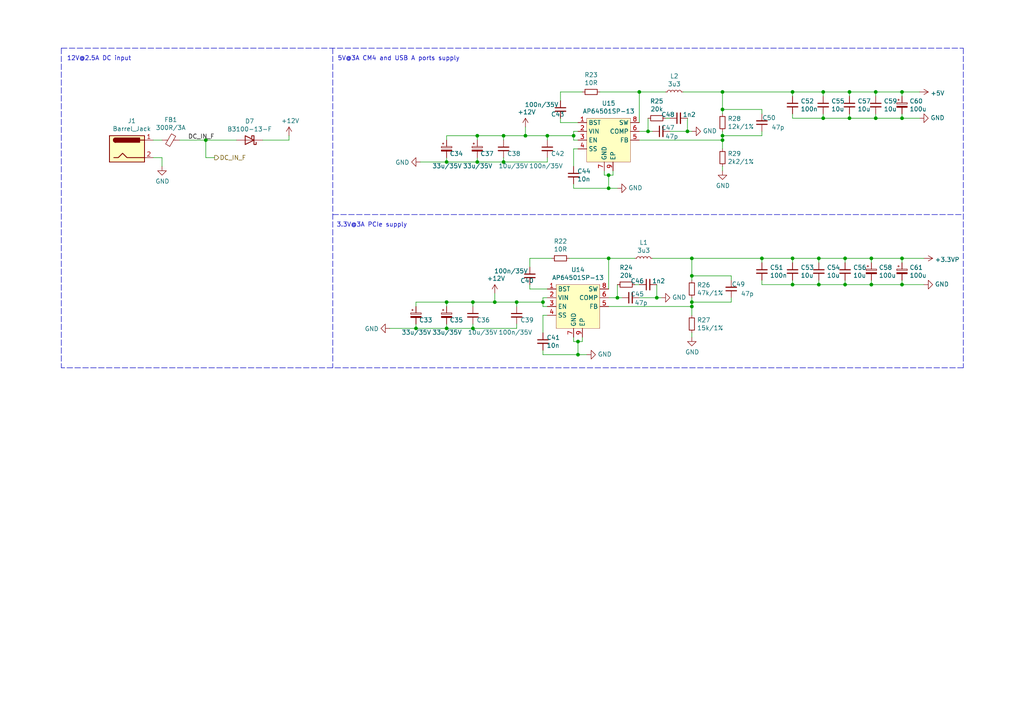
<source format=kicad_sch>
(kicad_sch (version 20210126) (generator eeschema)
  (paper "A4")
  (title_block (title "Power") (date "2021-01-12") (rev "0.1") (company "Nabu Casa") (comment 1 "www.nabucasa.com") (comment 2 "Light Blue"))
  (lib_symbols
    (symbol "Connector:Barrel_Jack" (pin_names (offset 1.016))
      (property "Reference" "J" (at 0 5.334 0))
      (property "Value" "Barrel_Jack" (at 0 -5.08 0))
      (symbol "Barrel_Jack_0_1"
        (arc (start -3.302 3.175) (end -3.302 1.905) (radius (at -3.302 2.54) (length 0.635) (angles 90.1 -90.1)) (stroke (width 0.254)) (fill (type outline)))
        (arc (start -3.302 3.175) (end -3.302 1.905) (radius (at -3.302 2.54) (length 0.635) (angles 90.1 -90.1)) (stroke (width 0.254)))
        (rectangle (start -5.08 3.81) (end 5.08 -3.81) (stroke (width 0.254)) (fill (type background)))
        (rectangle (start 3.683 3.175) (end -3.302 1.905) (stroke (width 0.254)) (fill (type outline)))
        (polyline (pts (xy 5.08 2.54) (xy 3.81 2.54)) (stroke (width 0.254)))
        (polyline (pts (xy -3.81 -2.54) (xy -2.54 -2.54) (xy -1.27 -1.27) (xy 0 -2.54) (xy 2.54 -2.54) (xy 5.08 -2.54)) (stroke (width 0.254)))
      )
      (symbol "Barrel_Jack_1_1"
        (pin passive line (at 7.62 2.54 180) (length 2.54) (name "~") (number "1"))
        (pin passive line (at 7.62 -2.54 180) (length 2.54) (name "~") (number "2"))
      )
    )
    (symbol "Device:CP_Small" (pin_numbers hide) (pin_names (offset 0.254) hide)
      (property "Reference" "C" (at 0.254 1.778 0))
      (property "Value" "CP_Small" (at 0.254 -2.032 0))
      (symbol "CP_Small_0_1"
        (rectangle (start -1.524 -0.3048) (end 1.524 -0.6858) (fill (type outline)))
        (rectangle (start -1.524 0.6858) (end 1.524 0.3048))
        (polyline (pts (xy -1.27 1.524) (xy -0.762 1.524)))
        (polyline (pts (xy -1.016 1.27) (xy -1.016 1.778)))
      )
      (symbol "CP_Small_1_1"
        (pin passive line (at 0 2.54 270) (length 1.8542) (name "~") (number "1"))
        (pin passive line (at 0 -2.54 90) (length 1.8542) (name "~") (number "2"))
      )
    )
    (symbol "Device:C_Small" (pin_numbers hide) (pin_names (offset 0.254) hide)
      (property "Reference" "C" (at 0.254 1.778 0))
      (property "Value" "C_Small" (at 0.254 -2.032 0))
      (symbol "C_Small_0_1"
        (polyline (pts (xy -1.524 -0.508) (xy 1.524 -0.508)) (stroke (width 0.3302)))
        (polyline (pts (xy -1.524 0.508) (xy 1.524 0.508)) (stroke (width 0.3048)))
      )
      (symbol "C_Small_1_1"
        (pin passive line (at 0 2.54 270) (length 2.032) (name "~") (number "1"))
        (pin passive line (at 0 -2.54 90) (length 2.032) (name "~") (number "2"))
      )
    )
    (symbol "Device:D_Schottky" (pin_numbers hide) (pin_names (offset 1.016) hide)
      (property "Reference" "D" (at 0 2.54 0))
      (property "Value" "D_Schottky" (at 0 -2.54 0))
      (symbol "D_Schottky_0_1"
        (polyline (pts (xy 1.27 0) (xy -1.27 0)))
        (polyline (pts (xy 1.27 1.27) (xy 1.27 -1.27) (xy -1.27 0) (xy 1.27 1.27)) (stroke (width 0.254)))
        (polyline (pts (xy -1.905 0.635) (xy -1.905 1.27) (xy -1.27 1.27) (xy -1.27 -1.27) (xy -0.635 -1.27) (xy -0.635 -0.635)) (stroke (width 0.254)))
      )
      (symbol "D_Schottky_1_1"
        (pin passive line (at -3.81 0 0) (length 2.54) (name "K") (number "1"))
        (pin passive line (at 3.81 0 180) (length 2.54) (name "A") (number "2"))
      )
    )
    (symbol "Device:Ferrite_Bead_Small" (pin_numbers hide) (pin_names (offset 0))
      (property "Reference" "FB" (at 1.905 1.27 0))
      (property "Value" "Ferrite_Bead_Small" (at 1.905 -1.27 0))
      (symbol "Ferrite_Bead_Small_0_1"
        (polyline (pts (xy 0 -1.27) (xy 0 -0.7874)))
        (polyline (pts (xy 0 0.889) (xy 0 1.2954)))
        (polyline (pts (xy -1.8288 0.2794) (xy -1.1176 1.4986) (xy 1.8288 -0.2032) (xy 1.1176 -1.4224) (xy -1.8288 0.2794)))
      )
      (symbol "Ferrite_Bead_Small_1_1"
        (pin passive line (at 0 2.54 270) (length 1.27) (name "~") (number "1"))
        (pin passive line (at 0 -2.54 90) (length 1.27) (name "~") (number "2"))
      )
    )
    (symbol "Device:L_Small" (pin_numbers hide) (pin_names (offset 0.254) hide)
      (property "Reference" "L" (at 0.762 1.016 0))
      (property "Value" "L_Small" (at 0.762 -1.016 0))
      (symbol "L_Small_0_1"
        (arc (start 0 -2.032) (end 0 -1.016) (radius (at 0 -1.524) (length 0.508) (angles -89.9 89.9)))
        (arc (start 0 -1.016) (end 0 0) (radius (at 0 -0.508) (length 0.508) (angles -89.9 89.9)))
        (arc (start 0 0) (end 0 1.016) (radius (at 0 0.508) (length 0.508) (angles -89.9 89.9)))
        (arc (start 0 1.016) (end 0 2.032) (radius (at 0 1.524) (length 0.508) (angles -89.9 89.9)))
      )
      (symbol "L_Small_1_1"
        (pin passive line (at 0 2.54 270) (length 0.508) (name "~") (number "1"))
        (pin passive line (at 0 -2.54 90) (length 0.508) (name "~") (number "2"))
      )
    )
    (symbol "Device:R_Small" (pin_numbers hide) (pin_names (offset 0.254) hide)
      (property "Reference" "R" (at 0.762 0.508 0))
      (property "Value" "R_Small" (at 0.762 -1.016 0))
      (symbol "R_Small_0_1"
        (rectangle (start -0.762 1.778) (end 0.762 -1.778) (stroke (width 0.2032)))
      )
      (symbol "R_Small_1_1"
        (pin passive line (at 0 2.54 270) (length 0.762) (name "~") (number "1"))
        (pin passive line (at 0 -2.54 90) (length 0.762) (name "~") (number "2"))
      )
    )
    (symbol "LightBlue:AP64501SP-13"
      (property "Reference" "U" (at 0 10.16 0))
      (property "Value" "AP64501SP-13" (at 0 7.62 0))
      (symbol "AP64501SP-13_0_1"
        (rectangle (start -6.35 6.35) (end 6.35 -6.35) (stroke (width 0.001)) (fill (type background)))
      )
      (symbol "AP64501SP-13_1_1"
        (pin passive line (at -8.89 5.08 0) (length 2.54) (name "BST") (number "1"))
        (pin power_in line (at -8.89 2.54 0) (length 2.54) (name "VIN") (number "2"))
        (pin input line (at -8.89 0 0) (length 2.54) (name "EN") (number "3"))
        (pin input line (at -8.89 -2.54 0) (length 2.54) (name "SS") (number "4"))
        (pin input line (at 8.89 0 180) (length 2.54) (name "FB") (number "5"))
        (pin input line (at 8.89 2.54 180) (length 2.54) (name "COMP") (number "6"))
        (pin input line (at -1.27 -8.89 90) (length 2.54) (name "GND") (number "7"))
        (pin input line (at 8.89 5.08 180) (length 2.54) (name "SW") (number "8"))
        (pin input line (at 1.27 -8.89 90) (length 2.54) (name "EP") (number "9"))
      )
    )
    (symbol "power:+12V" (power) (pin_names (offset 0))
      (property "Value" "+12V" (at 0 3.556 0))
      (symbol "+12V_0_1"
        (polyline (pts (xy -0.762 1.27) (xy 0 2.54)))
        (polyline (pts (xy 0 0) (xy 0 2.54)))
        (polyline (pts (xy 0 2.54) (xy 0.762 1.27)))
      )
      (symbol "+12V_1_1"
        (pin power_in line (at 0 0 90) (length 0) hide (name "+12V") (number "1"))
      )
    )
    (symbol "power:+3.3VP" (power) (pin_names (offset 0))
      (property "Value" "+3.3VP" (at 0 2.54 0))
      (symbol "+3.3VP_0_0"
        (pin power_in line (at 0 0 90) (length 0) hide (name "+3.3VP") (number "1"))
      )
      (symbol "+3.3VP_0_1"
        (polyline (pts (xy -0.762 1.27) (xy 0 2.54)))
        (polyline (pts (xy 0 0) (xy 0 2.54)))
        (polyline (pts (xy 0 2.54) (xy 0.762 1.27)))
      )
    )
    (symbol "power:+5V" (power) (pin_names (offset 0))
      (property "Value" "+5V" (at 0 3.556 0))
      (symbol "+5V_0_1"
        (polyline (pts (xy -0.762 1.27) (xy 0 2.54)))
        (polyline (pts (xy 0 0) (xy 0 2.54)))
        (polyline (pts (xy 0 2.54) (xy 0.762 1.27)))
      )
      (symbol "+5V_1_1"
        (pin power_in line (at 0 0 90) (length 0) hide (name "+5V") (number "1"))
      )
    )
    (symbol "power:GND" (power) (pin_names (offset 0))
      (property "Value" "GND" (at 0 -3.81 0))
      (symbol "GND_0_1"
        (polyline (pts (xy 0 0) (xy 0 -1.27) (xy 1.27 -1.27) (xy 0 -2.54) (xy -1.27 -1.27) (xy 0 -1.27)))
      )
      (symbol "GND_1_1"
        (pin power_in line (at 0 0 270) (length 0) hide (name "GND") (number "1"))
      )
    )
  )
  (junction (at 59.69 40.64) (diameter 0.9144))
  (junction (at 120.65 95.25) (diameter 0.9144))
  (junction (at 129.54 46.99) (diameter 0.9144))
  (junction (at 129.54 87.63) (diameter 0.9144))
  (junction (at 129.54 95.25) (diameter 0.9144))
  (junction (at 137.16 87.63) (diameter 0.9144))
  (junction (at 137.16 95.25) (diameter 0.9144))
  (junction (at 138.43 39.37) (diameter 0.9144))
  (junction (at 138.43 46.99) (diameter 0.9144))
  (junction (at 143.51 87.63) (diameter 0.9144))
  (junction (at 146.05 39.37) (diameter 0.9144))
  (junction (at 146.05 46.99) (diameter 0.9144))
  (junction (at 149.86 87.63) (diameter 0.9144))
  (junction (at 152.4 39.37) (diameter 0.9144))
  (junction (at 157.48 87.63) (diameter 0.9144))
  (junction (at 158.75 39.37) (diameter 0.9144))
  (junction (at 166.37 39.37) (diameter 0.9144))
  (junction (at 167.64 99.06) (diameter 0.9144))
  (junction (at 167.64 102.87) (diameter 0.9144))
  (junction (at 176.53 50.8) (diameter 0.9144))
  (junction (at 176.53 54.61) (diameter 0.9144))
  (junction (at 176.53 74.93) (diameter 0.9144))
  (junction (at 179.07 86.36) (diameter 0.9144))
  (junction (at 185.42 26.67) (diameter 0.9144))
  (junction (at 187.96 38.1) (diameter 0.9144))
  (junction (at 190.5 86.36) (diameter 0.9144))
  (junction (at 199.39 38.1) (diameter 0.9144))
  (junction (at 200.66 74.93) (diameter 0.9144))
  (junction (at 200.66 80.01) (diameter 0.9144))
  (junction (at 200.66 87.63) (diameter 0.9144))
  (junction (at 200.66 88.9) (diameter 0.9144))
  (junction (at 209.55 26.67) (diameter 0.9144))
  (junction (at 209.55 31.75) (diameter 0.9144))
  (junction (at 209.55 39.37) (diameter 0.9144))
  (junction (at 209.55 40.64) (diameter 0.9144))
  (junction (at 220.98 74.93) (diameter 0.9144))
  (junction (at 229.87 26.67) (diameter 0.9144))
  (junction (at 229.87 74.93) (diameter 0.9144))
  (junction (at 229.87 82.55) (diameter 0.9144))
  (junction (at 237.49 74.93) (diameter 0.9144))
  (junction (at 237.49 82.55) (diameter 0.9144))
  (junction (at 238.76 26.67) (diameter 0.9144))
  (junction (at 238.76 34.29) (diameter 0.9144))
  (junction (at 245.11 74.93) (diameter 0.9144))
  (junction (at 245.11 82.55) (diameter 0.9144))
  (junction (at 246.38 26.67) (diameter 0.9144))
  (junction (at 246.38 34.29) (diameter 0.9144))
  (junction (at 252.73 74.93) (diameter 0.9144))
  (junction (at 252.73 82.55) (diameter 0.9144))
  (junction (at 254 26.67) (diameter 0.9144))
  (junction (at 254 34.29) (diameter 0.9144))
  (junction (at 261.62 26.67) (diameter 0.9144))
  (junction (at 261.62 34.29) (diameter 0.9144))
  (junction (at 261.62 74.93) (diameter 0.9144))
  (junction (at 261.62 82.55) (diameter 0.9144))
  (wire (pts (xy 44.45 40.64) (xy 46.99 40.64)))
  (wire (pts (xy 44.45 45.72) (xy 46.99 45.72)))
  (wire (pts (xy 46.99 45.72) (xy 46.99 48.26)))
  (wire (pts (xy 52.07 40.64) (xy 59.69 40.64)))
  (wire (pts (xy 59.69 40.64) (xy 68.58 40.64)))
  (wire (pts (xy 59.69 45.72) (xy 59.69 40.64)))
  (wire (pts (xy 62.23 45.72) (xy 59.69 45.72)))
  (wire (pts (xy 76.2 40.64) (xy 83.82 40.64)))
  (wire (pts (xy 83.82 39.37) (xy 83.82 40.64)))
  (wire (pts (xy 113.03 95.25) (xy 120.65 95.25)))
  (wire (pts (xy 120.65 87.63) (xy 120.65 88.9)))
  (wire (pts (xy 120.65 93.98) (xy 120.65 95.25)))
  (wire (pts (xy 120.65 95.25) (xy 129.54 95.25)))
  (wire (pts (xy 121.92 46.99) (xy 129.54 46.99)))
  (wire (pts (xy 129.54 39.37) (xy 129.54 40.64)))
  (wire (pts (xy 129.54 45.72) (xy 129.54 46.99)))
  (wire (pts (xy 129.54 46.99) (xy 138.43 46.99)))
  (wire (pts (xy 129.54 87.63) (xy 120.65 87.63)))
  (wire (pts (xy 129.54 87.63) (xy 129.54 88.9)))
  (wire (pts (xy 129.54 93.98) (xy 129.54 95.25)))
  (wire (pts (xy 129.54 95.25) (xy 137.16 95.25)))
  (wire (pts (xy 137.16 87.63) (xy 129.54 87.63)))
  (wire (pts (xy 137.16 87.63) (xy 137.16 88.9)))
  (wire (pts (xy 137.16 93.98) (xy 137.16 95.25)))
  (wire (pts (xy 137.16 95.25) (xy 149.86 95.25)))
  (wire (pts (xy 138.43 39.37) (xy 129.54 39.37)))
  (wire (pts (xy 138.43 39.37) (xy 138.43 40.64)))
  (wire (pts (xy 138.43 45.72) (xy 138.43 46.99)))
  (wire (pts (xy 138.43 46.99) (xy 146.05 46.99)))
  (wire (pts (xy 143.51 85.09) (xy 143.51 87.63)))
  (wire (pts (xy 143.51 87.63) (xy 137.16 87.63)))
  (wire (pts (xy 146.05 39.37) (xy 138.43 39.37)))
  (wire (pts (xy 146.05 39.37) (xy 146.05 40.64)))
  (wire (pts (xy 146.05 45.72) (xy 146.05 46.99)))
  (wire (pts (xy 146.05 46.99) (xy 158.75 46.99)))
  (wire (pts (xy 149.86 87.63) (xy 143.51 87.63)))
  (wire (pts (xy 149.86 87.63) (xy 149.86 88.9)))
  (wire (pts (xy 149.86 93.98) (xy 149.86 95.25)))
  (wire (pts (xy 152.4 36.83) (xy 152.4 39.37)))
  (wire (pts (xy 152.4 39.37) (xy 146.05 39.37)))
  (wire (pts (xy 153.67 74.93) (xy 160.02 74.93)))
  (wire (pts (xy 153.67 77.47) (xy 153.67 74.93)))
  (wire (pts (xy 153.67 83.82) (xy 153.67 82.55)))
  (wire (pts (xy 157.48 86.36) (xy 158.75 86.36)))
  (wire (pts (xy 157.48 87.63) (xy 149.86 87.63)))
  (wire (pts (xy 157.48 87.63) (xy 157.48 86.36)))
  (wire (pts (xy 157.48 88.9) (xy 157.48 87.63)))
  (wire (pts (xy 157.48 91.44) (xy 157.48 96.52)))
  (wire (pts (xy 157.48 101.6) (xy 157.48 102.87)))
  (wire (pts (xy 157.48 102.87) (xy 167.64 102.87)))
  (wire (pts (xy 158.75 39.37) (xy 152.4 39.37)))
  (wire (pts (xy 158.75 39.37) (xy 158.75 40.64)))
  (wire (pts (xy 158.75 45.72) (xy 158.75 46.99)))
  (wire (pts (xy 158.75 83.82) (xy 153.67 83.82)))
  (wire (pts (xy 158.75 88.9) (xy 157.48 88.9)))
  (wire (pts (xy 158.75 91.44) (xy 157.48 91.44)))
  (wire (pts (xy 162.56 26.67) (xy 168.91 26.67)))
  (wire (pts (xy 162.56 29.21) (xy 162.56 26.67)))
  (wire (pts (xy 162.56 35.56) (xy 162.56 34.29)))
  (wire (pts (xy 165.1 74.93) (xy 176.53 74.93)))
  (wire (pts (xy 166.37 38.1) (xy 167.64 38.1)))
  (wire (pts (xy 166.37 39.37) (xy 158.75 39.37)))
  (wire (pts (xy 166.37 39.37) (xy 166.37 38.1)))
  (wire (pts (xy 166.37 40.64) (xy 166.37 39.37)))
  (wire (pts (xy 166.37 43.18) (xy 166.37 48.26)))
  (wire (pts (xy 166.37 53.34) (xy 166.37 54.61)))
  (wire (pts (xy 166.37 54.61) (xy 176.53 54.61)))
  (wire (pts (xy 166.37 97.79) (xy 166.37 99.06)))
  (wire (pts (xy 166.37 99.06) (xy 167.64 99.06)))
  (wire (pts (xy 167.64 35.56) (xy 162.56 35.56)))
  (wire (pts (xy 167.64 40.64) (xy 166.37 40.64)))
  (wire (pts (xy 167.64 43.18) (xy 166.37 43.18)))
  (wire (pts (xy 167.64 99.06) (xy 168.91 99.06)))
  (wire (pts (xy 167.64 102.87) (xy 167.64 99.06)))
  (wire (pts (xy 167.64 102.87) (xy 170.18 102.87)))
  (wire (pts (xy 168.91 99.06) (xy 168.91 97.79)))
  (wire (pts (xy 173.99 26.67) (xy 185.42 26.67)))
  (wire (pts (xy 175.26 49.53) (xy 175.26 50.8)))
  (wire (pts (xy 175.26 50.8) (xy 176.53 50.8)))
  (wire (pts (xy 176.53 50.8) (xy 177.8 50.8)))
  (wire (pts (xy 176.53 54.61) (xy 176.53 50.8)))
  (wire (pts (xy 176.53 54.61) (xy 179.07 54.61)))
  (wire (pts (xy 176.53 74.93) (xy 184.15 74.93)))
  (wire (pts (xy 176.53 83.82) (xy 176.53 74.93)))
  (wire (pts (xy 176.53 86.36) (xy 179.07 86.36)))
  (wire (pts (xy 176.53 88.9) (xy 200.66 88.9)))
  (wire (pts (xy 177.8 50.8) (xy 177.8 49.53)))
  (wire (pts (xy 179.07 82.55) (xy 179.07 86.36)))
  (wire (pts (xy 179.07 86.36) (xy 180.34 86.36)))
  (wire (pts (xy 184.15 82.55) (xy 185.42 82.55)))
  (wire (pts (xy 185.42 26.67) (xy 193.04 26.67)))
  (wire (pts (xy 185.42 35.56) (xy 185.42 26.67)))
  (wire (pts (xy 185.42 38.1) (xy 187.96 38.1)))
  (wire (pts (xy 185.42 40.64) (xy 209.55 40.64)))
  (wire (pts (xy 187.96 34.29) (xy 187.96 38.1)))
  (wire (pts (xy 187.96 38.1) (xy 189.23 38.1)))
  (wire (pts (xy 189.23 74.93) (xy 200.66 74.93)))
  (wire (pts (xy 190.5 82.55) (xy 190.5 86.36)))
  (wire (pts (xy 190.5 86.36) (xy 185.42 86.36)))
  (wire (pts (xy 190.5 86.36) (xy 191.77 86.36)))
  (wire (pts (xy 193.04 34.29) (xy 194.31 34.29)))
  (wire (pts (xy 198.12 26.67) (xy 209.55 26.67)))
  (wire (pts (xy 199.39 34.29) (xy 199.39 38.1)))
  (wire (pts (xy 199.39 38.1) (xy 194.31 38.1)))
  (wire (pts (xy 199.39 38.1) (xy 200.66 38.1)))
  (wire (pts (xy 200.66 74.93) (xy 200.66 80.01)))
  (wire (pts (xy 200.66 74.93) (xy 220.98 74.93)))
  (wire (pts (xy 200.66 80.01) (xy 200.66 81.28)))
  (wire (pts (xy 200.66 80.01) (xy 212.09 80.01)))
  (wire (pts (xy 200.66 87.63) (xy 200.66 86.36)))
  (wire (pts (xy 200.66 87.63) (xy 212.09 87.63)))
  (wire (pts (xy 200.66 88.9) (xy 200.66 87.63)))
  (wire (pts (xy 200.66 88.9) (xy 200.66 91.44)))
  (wire (pts (xy 200.66 96.52) (xy 200.66 97.79)))
  (wire (pts (xy 209.55 26.67) (xy 209.55 31.75)))
  (wire (pts (xy 209.55 26.67) (xy 229.87 26.67)))
  (wire (pts (xy 209.55 31.75) (xy 209.55 33.02)))
  (wire (pts (xy 209.55 31.75) (xy 220.98 31.75)))
  (wire (pts (xy 209.55 39.37) (xy 209.55 38.1)))
  (wire (pts (xy 209.55 39.37) (xy 220.98 39.37)))
  (wire (pts (xy 209.55 40.64) (xy 209.55 39.37)))
  (wire (pts (xy 209.55 40.64) (xy 209.55 43.18)))
  (wire (pts (xy 209.55 48.26) (xy 209.55 49.53)))
  (wire (pts (xy 212.09 81.28) (xy 212.09 80.01)))
  (wire (pts (xy 212.09 86.36) (xy 212.09 87.63)))
  (wire (pts (xy 220.98 33.02) (xy 220.98 31.75)))
  (wire (pts (xy 220.98 38.1) (xy 220.98 39.37)))
  (wire (pts (xy 220.98 74.93) (xy 220.98 76.2)))
  (wire (pts (xy 220.98 74.93) (xy 229.87 74.93)))
  (wire (pts (xy 220.98 81.28) (xy 220.98 82.55)))
  (wire (pts (xy 220.98 82.55) (xy 229.87 82.55)))
  (wire (pts (xy 229.87 26.67) (xy 229.87 27.94)))
  (wire (pts (xy 229.87 26.67) (xy 238.76 26.67)))
  (wire (pts (xy 229.87 33.02) (xy 229.87 34.29)))
  (wire (pts (xy 229.87 34.29) (xy 238.76 34.29)))
  (wire (pts (xy 229.87 74.93) (xy 229.87 76.2)))
  (wire (pts (xy 229.87 74.93) (xy 237.49 74.93)))
  (wire (pts (xy 229.87 81.28) (xy 229.87 82.55)))
  (wire (pts (xy 229.87 82.55) (xy 237.49 82.55)))
  (wire (pts (xy 237.49 74.93) (xy 237.49 76.2)))
  (wire (pts (xy 237.49 74.93) (xy 245.11 74.93)))
  (wire (pts (xy 237.49 81.28) (xy 237.49 82.55)))
  (wire (pts (xy 237.49 82.55) (xy 245.11 82.55)))
  (wire (pts (xy 238.76 26.67) (xy 238.76 27.94)))
  (wire (pts (xy 238.76 26.67) (xy 246.38 26.67)))
  (wire (pts (xy 238.76 33.02) (xy 238.76 34.29)))
  (wire (pts (xy 238.76 34.29) (xy 246.38 34.29)))
  (wire (pts (xy 245.11 74.93) (xy 245.11 76.2)))
  (wire (pts (xy 245.11 74.93) (xy 252.73 74.93)))
  (wire (pts (xy 245.11 81.28) (xy 245.11 82.55)))
  (wire (pts (xy 245.11 82.55) (xy 252.73 82.55)))
  (wire (pts (xy 246.38 26.67) (xy 246.38 27.94)))
  (wire (pts (xy 246.38 26.67) (xy 254 26.67)))
  (wire (pts (xy 246.38 33.02) (xy 246.38 34.29)))
  (wire (pts (xy 246.38 34.29) (xy 254 34.29)))
  (wire (pts (xy 252.73 74.93) (xy 261.62 74.93)))
  (wire (pts (xy 252.73 76.2) (xy 252.73 74.93)))
  (wire (pts (xy 252.73 81.28) (xy 252.73 82.55)))
  (wire (pts (xy 252.73 82.55) (xy 261.62 82.55)))
  (wire (pts (xy 254 26.67) (xy 254 27.94)))
  (wire (pts (xy 254 26.67) (xy 261.62 26.67)))
  (wire (pts (xy 254 33.02) (xy 254 34.29)))
  (wire (pts (xy 254 34.29) (xy 261.62 34.29)))
  (wire (pts (xy 261.62 26.67) (xy 266.7 26.67)))
  (wire (pts (xy 261.62 27.94) (xy 261.62 26.67)))
  (wire (pts (xy 261.62 33.02) (xy 261.62 34.29)))
  (wire (pts (xy 261.62 34.29) (xy 266.7 34.29)))
  (wire (pts (xy 261.62 74.93) (xy 267.97 74.93)))
  (wire (pts (xy 261.62 76.2) (xy 261.62 74.93)))
  (wire (pts (xy 261.62 81.28) (xy 261.62 82.55)))
  (wire (pts (xy 261.62 82.55) (xy 267.97 82.55)))
  (polyline (pts (xy 17.78 13.97) (xy 17.78 106.68)) (stroke (width 0) (type dash)))
  (polyline (pts (xy 17.78 13.97) (xy 279.4 13.97)) (stroke (width 0) (type dash)))
  (polyline (pts (xy 96.52 13.97) (xy 96.52 106.68)) (stroke (width 0) (type dash)))
  (polyline (pts (xy 96.52 62.23) (xy 279.4 62.23)) (stroke (width 0) (type dash)))
  (polyline (pts (xy 279.4 13.97) (xy 279.4 106.68)) (stroke (width 0) (type dash)))
  (polyline (pts (xy 279.4 106.68) (xy 17.78 106.68)) (stroke (width 0) (type dash)))
  (text "12V@2.5A DC input" (at 38.1 17.78 180) (effects (font (size 1.27 1.27)) (justify right bottom)))
  (text "3.3V@3A PCIe supply" (at 118.11 66.04 180) (effects (font (size 1.27 1.27)) (justify right bottom)))
  (text "5V@3A CM4 and USB A ports supply" (at 133.35 17.78 180) (effects (font (size 1.27 1.27)) (justify right bottom)))
  (label "DC_IN_F" (at 62.23 40.64 180))
  (hierarchical_label "DC_IN_F" (shape output) (at 62.23 45.72 0))
  (symbol (lib_id "Device:L_Small") (at 186.69 74.93 90) (unit 1)
    (property "Reference" "L1" (at 186.69 70.3388 90))
    (property "Value" "3u3" (at 186.69 72.638 90))
    (property "Footprint" "Inductor_SMD:L_Bourns_SRN6045TA" (effects hide))
    (property "Manufacturer" "Bourns" (effects hide))
    (property "PartNumber" "SRN6045TA-3R3Y" (effects hide))
  )
  (symbol (lib_id "Device:L_Small") (at 195.58 26.67 90) (unit 1)
    (property "Reference" "L2" (at 195.58 22.0788 90))
    (property "Value" "3u3" (at 195.58 24.378 90))
    (property "Footprint" "Inductor_SMD:L_Bourns_SRN6045TA" (effects hide))
    (property "Manufacturer" "Bourns" (effects hide))
    (property "PartNumber" "SRN6045TA-3R3Y" (effects hide))
  )
  (symbol (lib_id "power:+12V") (at 83.82 39.37 0) (unit 1)
    (property "Reference" "#PWR0204" (effects hide))
    (property "Value" "+12V" (at 84.1883 35.0456 0))
  )
  (symbol (lib_id "power:+12V") (at 143.51 85.09 0) (unit 1)
    (property "Reference" "#PWR0202" (effects hide))
    (property "Value" "+12V" (at 143.8783 80.7656 0))
  )
  (symbol (lib_id "power:+12V") (at 152.4 36.83 0) (unit 1)
    (property "Reference" "#PWR0190" (effects hide))
    (property "Value" "+12V" (at 152.7683 32.5056 0))
  )
  (symbol (lib_id "power:+5V") (at 266.7 26.67 270) (unit 1)
    (property "Reference" "#PWR0196" (effects hide))
    (property "Value" "+5V" (at 269.8751 27.0383 90) (effects (justify left)))
  )
  (symbol (lib_id "power:+3.3VP") (at 267.97 74.93 270) (unit 1)
    (property "Reference" "#PWR0194" (effects hide))
    (property "Value" "+3.3VP" (at 271.1451 75.2983 90) (effects (justify left)))
  )
  (symbol (lib_id "power:GND") (at 46.99 48.26 0) (unit 1)
    (property "Reference" "#PWR0205" (effects hide))
    (property "Value" "GND" (at 47.1043 52.5844 0))
  )
  (symbol (lib_id "power:GND") (at 113.03 95.25 270) (unit 1)
    (property "Reference" "#PWR0203" (effects hide))
    (property "Value" "GND" (at 109.855 95.3643 90) (effects (justify right)))
  )
  (symbol (lib_id "power:GND") (at 121.92 46.99 270) (unit 1)
    (property "Reference" "#PWR0198" (effects hide))
    (property "Value" "GND" (at 118.745 47.1043 90) (effects (justify right)))
  )
  (symbol (lib_id "power:GND") (at 170.18 102.87 90) (unit 1)
    (property "Reference" "#PWR0200" (effects hide))
    (property "Value" "GND" (at 173.3551 102.7557 90) (effects (justify right)))
  )
  (symbol (lib_id "power:GND") (at 179.07 54.61 90) (unit 1)
    (property "Reference" "#PWR0193" (effects hide))
    (property "Value" "GND" (at 182.2451 54.4957 90) (effects (justify right)))
  )
  (symbol (lib_id "power:GND") (at 191.77 86.36 90) (unit 1)
    (property "Reference" "#PWR0192" (effects hide))
    (property "Value" "GND" (at 194.9451 86.2457 90) (effects (justify right)))
  )
  (symbol (lib_id "power:GND") (at 200.66 38.1 90) (unit 1)
    (property "Reference" "#PWR0191" (effects hide))
    (property "Value" "GND" (at 203.8351 37.9857 90) (effects (justify right)))
  )
  (symbol (lib_id "power:GND") (at 200.66 97.79 0) (unit 1)
    (property "Reference" "#PWR0199" (effects hide))
    (property "Value" "GND" (at 200.7743 102.1144 0))
  )
  (symbol (lib_id "power:GND") (at 209.55 49.53 0) (unit 1)
    (property "Reference" "#PWR0201" (effects hide))
    (property "Value" "GND" (at 209.6643 53.8544 0))
  )
  (symbol (lib_id "power:GND") (at 266.7 34.29 90) (unit 1)
    (property "Reference" "#PWR0197" (effects hide))
    (property "Value" "GND" (at 269.8751 34.1757 90) (effects (justify right)))
  )
  (symbol (lib_id "power:GND") (at 267.97 82.55 90) (unit 1)
    (property "Reference" "#PWR0195" (effects hide))
    (property "Value" "GND" (at 271.1451 82.4357 90) (effects (justify right)))
  )
  (symbol (lib_id "Device:R_Small") (at 162.56 74.93 90) (unit 1)
    (property "Reference" "R22" (at 162.56 69.9832 90))
    (property "Value" "10R" (at 162.56 72.282 90))
    (property "Footprint" "Resistor_SMD:R_0402_1005Metric" (effects hide))
  )
  (symbol (lib_id "Device:R_Small") (at 171.45 26.67 90) (unit 1)
    (property "Reference" "R23" (at 171.45 21.7232 90))
    (property "Value" "10R" (at 171.45 24.022 90))
    (property "Footprint" "Resistor_SMD:R_0402_1005Metric" (effects hide))
  )
  (symbol (lib_id "Device:R_Small") (at 181.61 82.55 90) (unit 1)
    (property "Reference" "R24" (at 181.61 77.6032 90))
    (property "Value" "20k" (at 181.61 79.902 90))
    (property "Footprint" "Resistor_SMD:R_0402_1005Metric" (effects hide))
  )
  (symbol (lib_id "Device:R_Small") (at 190.5 34.29 90) (unit 1)
    (property "Reference" "R25" (at 190.5 29.3432 90))
    (property "Value" "20k" (at 190.5 31.642 90))
    (property "Footprint" "Resistor_SMD:R_0402_1005Metric" (effects hide))
  )
  (symbol (lib_id "Device:R_Small") (at 200.66 83.82 180) (unit 1)
    (property "Reference" "R26" (at 202.1587 82.6706 0) (effects (justify right)))
    (property "Value" "47k/1%" (at 202.159 84.969 0) (effects (justify right)))
    (property "Footprint" "Resistor_SMD:R_0402_1005Metric" (effects hide))
  )
  (symbol (lib_id "Device:R_Small") (at 200.66 93.98 180) (unit 1)
    (property "Reference" "R27" (at 202.1587 92.8306 0) (effects (justify right)))
    (property "Value" "15k/1%" (at 202.159 95.129 0) (effects (justify right)))
    (property "Footprint" "Resistor_SMD:R_0402_1005Metric" (effects hide))
  )
  (symbol (lib_id "Device:R_Small") (at 209.55 35.56 180) (unit 1)
    (property "Reference" "R28" (at 211.0487 34.4106 0) (effects (justify right)))
    (property "Value" "12k/1%" (at 211.049 36.709 0) (effects (justify right)))
    (property "Footprint" "Resistor_SMD:R_0402_1005Metric" (effects hide))
  )
  (symbol (lib_id "Device:R_Small") (at 209.55 45.72 180) (unit 1)
    (property "Reference" "R29" (at 211.0487 44.5706 0) (effects (justify right)))
    (property "Value" "2k2/1%" (at 211.049 46.869 0) (effects (justify right)))
    (property "Footprint" "Resistor_SMD:R_0402_1005Metric" (effects hide))
  )
  (symbol (lib_id "Device:CP_Small") (at 120.65 91.44 0) (unit 1)
    (property "Reference" "C33" (at 121.5391 92.8306 0) (effects (justify left)))
    (property "Value" "33u/35V" (at 116.459 96.399 0) (effects (justify left)))
    (property "Footprint" "Capacitor_Tantalum_SMD:CP_EIA-7343-31_Kemet-D" (effects hide))
    (property "Manufacturer" "KEMET" (effects hide))
    (property "PartNumber" "T491D336K025AT" (effects hide))
  )
  (symbol (lib_id "Device:CP_Small") (at 129.54 43.18 0) (unit 1)
    (property "Reference" "C34" (at 130.4291 44.5706 0) (effects (justify left)))
    (property "Value" "33u/35V" (at 125.349 48.139 0) (effects (justify left)))
    (property "Footprint" "Capacitor_Tantalum_SMD:CP_EIA-7343-31_Kemet-D" (effects hide))
    (property "Manufacturer" "KEMET" (effects hide))
    (property "PartNumber" "T491D336K025AT" (effects hide))
  )
  (symbol (lib_id "Device:CP_Small") (at 129.54 91.44 0) (unit 1)
    (property "Reference" "C35" (at 130.4291 92.8306 0) (effects (justify left)))
    (property "Value" "33u/35V" (at 125.349 96.399 0) (effects (justify left)))
    (property "Footprint" "Capacitor_Tantalum_SMD:CP_EIA-7343-31_Kemet-D" (effects hide))
    (property "Manufacturer" "KEMET" (effects hide))
    (property "PartNumber" "T491D336K025AT" (effects hide))
  )
  (symbol (lib_id "Device:CP_Small") (at 138.43 43.18 0) (unit 1)
    (property "Reference" "C37" (at 139.3191 44.5706 0) (effects (justify left)))
    (property "Value" "33u/35V" (at 134.239 48.139 0) (effects (justify left)))
    (property "Footprint" "Capacitor_Tantalum_SMD:CP_EIA-7343-31_Kemet-D" (effects hide))
    (property "Manufacturer" "KEMET" (effects hide))
    (property "PartNumber" "T491D336K025AT" (effects hide))
  )
  (symbol (lib_id "Device:CP_Small") (at 252.73 78.74 0) (unit 1)
    (property "Reference" "C58" (at 254.8891 77.5906 0) (effects (justify left)))
    (property "Value" "100u" (at 254.889 79.889 0) (effects (justify left)))
    (property "Footprint" "Capacitor_Tantalum_SMD:CP_EIA-7343-31_Kemet-D" (effects hide))
    (property "Manufacturer" "Panasonic Electronic Components" (effects hide))
    (property "PartNumber" "EEF-CX0J101R" (effects hide))
  )
  (symbol (lib_id "Device:CP_Small") (at 261.62 30.48 0) (unit 1)
    (property "Reference" "C60" (at 263.7791 29.3306 0) (effects (justify left)))
    (property "Value" "100u" (at 263.779 31.629 0) (effects (justify left)))
    (property "Footprint" "Capacitor_Tantalum_SMD:CP_EIA-7343-31_Kemet-D" (effects hide))
    (property "Manufacturer" "Panasonic Electronic Components" (effects hide))
    (property "PartNumber" "EEF-CX0J101R" (effects hide))
  )
  (symbol (lib_id "Device:CP_Small") (at 261.62 78.74 0) (unit 1)
    (property "Reference" "C61" (at 263.7791 77.5906 0) (effects (justify left)))
    (property "Value" "100u" (at 263.779 79.889 0) (effects (justify left)))
    (property "Footprint" "Capacitor_Tantalum_SMD:CP_EIA-7343-31_Kemet-D" (effects hide))
    (property "Manufacturer" "Panasonic Electronic Components" (effects hide))
    (property "PartNumber" "EEF-CX0J101R" (effects hide))
  )
  (symbol (lib_id "Device:C_Small") (at 137.16 91.44 0) (unit 1)
    (property "Reference" "C36" (at 138.2142 92.8306 0) (effects (justify left)))
    (property "Value" "10u/35V" (at 135.674 96.399 0) (effects (justify left)))
    (property "Footprint" "Capacitor_SMD:C_0805_2012Metric" (effects hide))
  )
  (symbol (lib_id "Device:C_Small") (at 146.05 43.18 0) (unit 1)
    (property "Reference" "C38" (at 147.1042 44.5706 0) (effects (justify left)))
    (property "Value" "10u/35V" (at 144.564 48.139 0) (effects (justify left)))
    (property "Footprint" "Capacitor_SMD:C_0805_2012Metric" (effects hide))
  )
  (symbol (lib_id "Device:C_Small") (at 149.86 91.44 0) (unit 1)
    (property "Reference" "C39" (at 150.9142 92.8306 0) (effects (justify left)))
    (property "Value" "100n/35V" (at 144.564 96.399 0) (effects (justify left)))
    (property "Footprint" "Capacitor_SMD:C_0402_1005Metric" (effects hide))
  )
  (symbol (lib_id "Device:C_Small") (at 153.67 80.01 0) (unit 1)
    (property "Reference" "C40" (at 150.9142 81.4006 0) (effects (justify left)))
    (property "Value" "100n/35V" (at 143.294 78.619 0) (effects (justify left)))
    (property "Footprint" "Capacitor_SMD:C_0402_1005Metric" (effects hide))
  )
  (symbol (lib_id "Device:C_Small") (at 157.48 99.06 0) (unit 1)
    (property "Reference" "C41" (at 158.5342 97.9106 0) (effects (justify left)))
    (property "Value" "10n" (at 158.534 100.209 0) (effects (justify left)))
    (property "Footprint" "Capacitor_SMD:C_0402_1005Metric" (effects hide))
  )
  (symbol (lib_id "Device:C_Small") (at 158.75 43.18 0) (unit 1)
    (property "Reference" "C42" (at 159.8042 44.5706 0) (effects (justify left)))
    (property "Value" "100n/35V" (at 153.454 48.139 0) (effects (justify left)))
    (property "Footprint" "Capacitor_SMD:C_0402_1005Metric" (effects hide))
  )
  (symbol (lib_id "Device:C_Small") (at 162.56 31.75 0) (unit 1)
    (property "Reference" "C43" (at 159.8042 33.1406 0) (effects (justify left)))
    (property "Value" "100n/35V" (at 152.184 30.359 0) (effects (justify left)))
    (property "Footprint" "Capacitor_SMD:C_0402_1005Metric" (effects hide))
  )
  (symbol (lib_id "Device:C_Small") (at 166.37 50.8 0) (unit 1)
    (property "Reference" "C44" (at 167.4242 49.6506 0) (effects (justify left)))
    (property "Value" "10n" (at 167.424 51.949 0) (effects (justify left)))
    (property "Footprint" "Capacitor_SMD:C_0402_1005Metric" (effects hide))
  )
  (symbol (lib_id "Device:C_Small") (at 182.88 86.36 90) (unit 1)
    (property "Reference" "C45" (at 186.8106 85.3058 90) (effects (justify left)))
    (property "Value" "47p" (at 187.839 87.846 90) (effects (justify left)))
    (property "Footprint" "Capacitor_SMD:C_0402_1005Metric" (effects hide))
  )
  (symbol (lib_id "Device:C_Small") (at 187.96 82.55 90) (unit 1)
    (property "Reference" "C46" (at 186.8106 81.4958 90) (effects (justify left)))
    (property "Value" "1n2" (at 192.919 81.496 90) (effects (justify left)))
    (property "Footprint" "Capacitor_SMD:C_0402_1005Metric" (effects hide))
  )
  (symbol (lib_id "Device:C_Small") (at 191.77 38.1 90) (unit 1)
    (property "Reference" "C47" (at 195.7006 37.0458 90) (effects (justify left)))
    (property "Value" "47p" (at 196.729 39.586 90) (effects (justify left)))
    (property "Footprint" "Capacitor_SMD:C_0402_1005Metric" (effects hide))
  )
  (symbol (lib_id "Device:C_Small") (at 196.85 34.29 90) (unit 1)
    (property "Reference" "C48" (at 195.7006 33.2358 90) (effects (justify left)))
    (property "Value" "1n2" (at 201.809 33.236 90) (effects (justify left)))
    (property "Footprint" "Capacitor_SMD:C_0402_1005Metric" (effects hide))
  )
  (symbol (lib_id "Device:C_Small") (at 212.09 83.82 180) (unit 1)
    (property "Reference" "C49" (at 216.1158 82.4294 0) (effects (justify left)))
    (property "Value" "47p" (at 218.656 85.211 0) (effects (justify left)))
    (property "Footprint" "Capacitor_SMD:C_0402_1005Metric" (effects hide))
  )
  (symbol (lib_id "Device:C_Small") (at 220.98 35.56 180) (unit 1)
    (property "Reference" "C50" (at 225.0058 34.1694 0) (effects (justify left)))
    (property "Value" "47p" (at 227.546 36.951 0) (effects (justify left)))
    (property "Footprint" "Capacitor_SMD:C_0402_1005Metric" (effects hide))
  )
  (symbol (lib_id "Device:C_Small") (at 220.98 78.74 0) (unit 1)
    (property "Reference" "C51" (at 223.3042 77.5906 0) (effects (justify left)))
    (property "Value" "100n" (at 223.304 79.889 0) (effects (justify left)))
    (property "Footprint" "Capacitor_SMD:C_0402_1005Metric" (effects hide))
  )
  (symbol (lib_id "Device:C_Small") (at 229.87 30.48 0) (unit 1)
    (property "Reference" "C52" (at 232.1942 29.3306 0) (effects (justify left)))
    (property "Value" "100n" (at 232.194 31.629 0) (effects (justify left)))
    (property "Footprint" "Capacitor_SMD:C_0402_1005Metric" (effects hide))
  )
  (symbol (lib_id "Device:C_Small") (at 229.87 78.74 0) (unit 1)
    (property "Reference" "C53" (at 232.1942 77.5906 0) (effects (justify left)))
    (property "Value" "10u" (at 232.194 79.889 0) (effects (justify left)))
    (property "Footprint" "Capacitor_SMD:C_0805_2012Metric" (effects hide))
  )
  (symbol (lib_id "Device:C_Small") (at 237.49 78.74 0) (unit 1)
    (property "Reference" "C54" (at 239.8142 77.5906 0) (effects (justify left)))
    (property "Value" "10u" (at 239.814 79.889 0) (effects (justify left)))
    (property "Footprint" "Capacitor_SMD:C_0805_2012Metric" (effects hide))
  )
  (symbol (lib_id "Device:C_Small") (at 238.76 30.48 0) (unit 1)
    (property "Reference" "C55" (at 241.0842 29.3306 0) (effects (justify left)))
    (property "Value" "10u" (at 241.084 31.629 0) (effects (justify left)))
    (property "Footprint" "Capacitor_SMD:C_0805_2012Metric" (effects hide))
  )
  (symbol (lib_id "Device:C_Small") (at 245.11 78.74 0) (unit 1)
    (property "Reference" "C56" (at 247.4342 77.5906 0) (effects (justify left)))
    (property "Value" "10u" (at 247.434 79.889 0) (effects (justify left)))
    (property "Footprint" "Capacitor_SMD:C_0805_2012Metric" (effects hide))
  )
  (symbol (lib_id "Device:C_Small") (at 246.38 30.48 0) (unit 1)
    (property "Reference" "C57" (at 248.7042 29.3306 0) (effects (justify left)))
    (property "Value" "10u" (at 248.704 31.629 0) (effects (justify left)))
    (property "Footprint" "Capacitor_SMD:C_0805_2012Metric" (effects hide))
  )
  (symbol (lib_id "Device:C_Small") (at 254 30.48 0) (unit 1)
    (property "Reference" "C59" (at 256.3242 29.3306 0) (effects (justify left)))
    (property "Value" "10u" (at 256.324 31.629 0) (effects (justify left)))
    (property "Footprint" "Capacitor_SMD:C_0805_2012Metric" (effects hide))
  )
  (symbol (lib_id "Device:Ferrite_Bead_Small") (at 49.53 40.64 90) (unit 1)
    (property "Reference" "FB1" (at 49.53 34.728 90))
    (property "Value" "300R/3A" (at 49.53 37.0267 90))
    (property "Footprint" "Resistor_SMD:R_0805_2012Metric" (effects hide))
    (property "Manufacturer" "Würth Elektronik" (effects hide))
    (property "PartNumber" "742792031" (effects hide))
  )
  (symbol (lib_id "Device:D_Schottky") (at 72.39 40.64 180) (unit 1)
    (property "Reference" "D7" (at 72.39 35.16 0))
    (property "Value" "B3100-13-F" (at 72.39 37.4585 0))
    (property "Footprint" "Diode_SMD:D_SMC" (effects hide))
    (property "Manufacturer" "Diodes Incorporated" (effects hide))
    (property "PartNumber" "B3100-13-F" (effects hide))
  )
  (symbol (lib_id "Connector:Barrel_Jack") (at 36.83 43.18 0) (unit 1)
    (property "Reference" "J1" (at 38.227 35.0582 0))
    (property "Value" "Barrel_Jack" (at 38.227 37.3569 0))
    (property "Footprint" "Connector_BarrelJack:BarrelJack_Horizontal" (effects hide))
    (property "Manufacturer" "CUI Devices" (effects hide))
    (property "PartNumber" "PJ-002A" (effects hide))
  )
  (symbol (lib_id "LightBlue:AP64501SP-13") (at 167.64 88.9 0) (unit 1)
    (property "Reference" "U14" (at 167.64 78.2382 0))
    (property "Value" "AP64501SP-13" (at 167.64 80.5369 0))
    (property "Footprint" "Package_SO:SOIC-8-1EP_3.9x4.9mm_P1.27mm_EP2.95x4.9mm_Mask2.71x3.4mm_ThermalVias" (effects hide))
    (property "Manufacturer" "Diodes Incorporated" (effects hide))
    (property "PartNumber" "AP64501SP-13" (effects hide))
  )
  (symbol (lib_id "LightBlue:AP64501SP-13") (at 176.53 40.64 0) (unit 1)
    (property "Reference" "U15" (at 176.53 29.9782 0))
    (property "Value" "AP64501SP-13" (at 176.53 32.2769 0))
    (property "Footprint" "Package_SO:SOIC-8-1EP_3.9x4.9mm_P1.27mm_EP2.95x4.9mm_Mask2.71x3.4mm_ThermalVias" (effects hide))
    (property "Manufacturer" "Diodes Incorporated" (effects hide))
    (property "PartNumber" "AP64501SP-13" (effects hide))
  )
)
</source>
